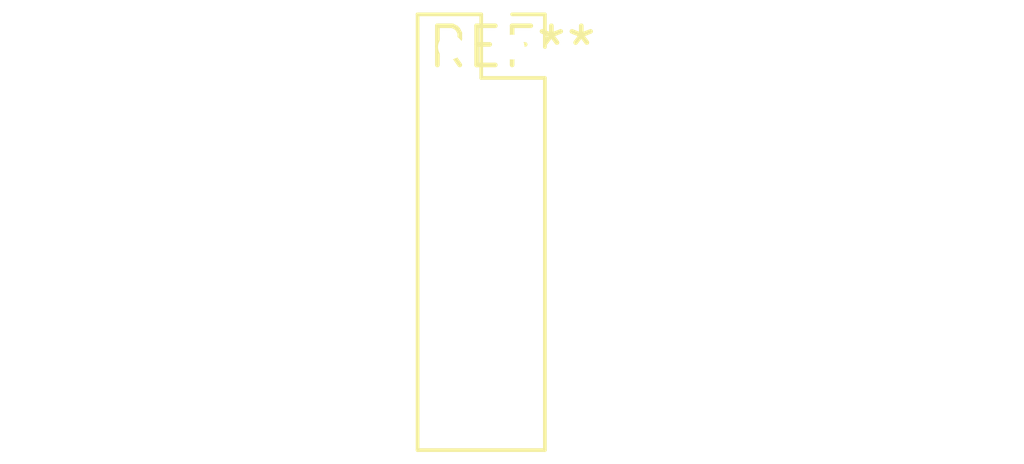
<source format=kicad_pcb>
(kicad_pcb (version 20240108) (generator pcbnew)
  (layers (0 "F.Cu" signal) (31 "B.Cu" signal) (34 "B.Paste" user) (35 "F.Paste" user) (36 "B.SilkS" user "B.Silkscreen") (37 "F.SilkS" user "F.Silkscreen") (38 "B.Mask" user) (39 "F.Mask" user) (44 "Edge.Cuts" user))
  (net 0 "")
  (footprint "PinSocket_2x07_P2.00mm_Vertical" (layer "F.Cu") (at 0 0)
    (property "Reference" "REF**")
    (property "Value" "PinSocket_2x07_P2.00mm_Vertical")
    (fp_line (start -3.06 -1.06) (end -3.06 13.06) (layer "F.SilkS") (stroke (width 0.12)))
    (fp_line (start -3.06 -1.06) (end -1 -1.06) (layer "F.SilkS") (stroke (width 0.12)))
    (fp_line (start -3.06 13.06) (end 1.06 13.06) (layer "F.SilkS") (stroke (width 0.12)))
    (fp_line (start -1 -1.06) (end -1 1) (layer "F.SilkS") (stroke (width 0.12)))
    (fp_line (start -1 1) (end 1.06 1) (layer "F.SilkS") (stroke (width 0.12)))
    (fp_line (start 0 -1.06) (end 1.06 -1.06) (layer "F.SilkS") (stroke (width 0.12)))
    (fp_line (start 1.06 -1.06) (end 1.06 0) (layer "F.SilkS") (stroke (width 0.12)))
    (fp_line (start 1.06 1) (end 1.06 13.06) (layer "F.SilkS") (stroke (width 0.12)))
    (pad "1" thru_hole rect (at 0 0) (size 1.35 1.35) (drill 0.8) (layers *.Cu *.Mask) (remove_unused_layers))
    (pad "2" thru_hole oval (at -2 0) (size 1.35 1.35) (drill 0.8) (layers *.Cu *.Mask) (remove_unused_layers))
    (pad "3" thru_hole oval (at 0 2) (size 1.35 1.35) (drill 0.8) (layers *.Cu *.Mask) (remove_unused_layers))
    (pad "4" thru_hole oval (at -2 2) (size 1.35 1.35) (drill 0.8) (layers *.Cu *.Mask) (remove_unused_layers))
    (pad "5" thru_hole oval (at 0 4) (size 1.35 1.35) (drill 0.8) (layers *.Cu *.Mask) (remove_unused_layers))
    (pad "6" thru_hole oval (at -2 4) (size 1.35 1.35) (drill 0.8) (layers *.Cu *.Mask) (remove_unused_layers))
    (pad "7" thru_hole oval (at 0 6) (size 1.35 1.35) (drill 0.8) (layers *.Cu *.Mask) (remove_unused_layers))
    (pad "8" thru_hole oval (at -2 6) (size 1.35 1.35) (drill 0.8) (layers *.Cu *.Mask) (remove_unused_layers))
    (pad "9" thru_hole oval (at 0 8) (size 1.35 1.35) (drill 0.8) (layers *.Cu *.Mask) (remove_unused_layers))
    (pad "10" thru_hole oval (at -2 8) (size 1.35 1.35) (drill 0.8) (layers *.Cu *.Mask) (remove_unused_layers))
    (pad "11" thru_hole oval (at 0 10) (size 1.35 1.35) (drill 0.8) (layers *.Cu *.Mask) (remove_unused_layers))
    (pad "12" thru_hole oval (at -2 10) (size 1.35 1.35) (drill 0.8) (layers *.Cu *.Mask) (remove_unused_layers))
    (pad "13" thru_hole oval (at 0 12) (size 1.35 1.35) (drill 0.8) (layers *.Cu *.Mask) (remove_unused_layers))
    (pad "14" thru_hole oval (at -2 12) (size 1.35 1.35) (drill 0.8) (layers *.Cu *.Mask) (remove_unused_layers))
  )
)
</source>
